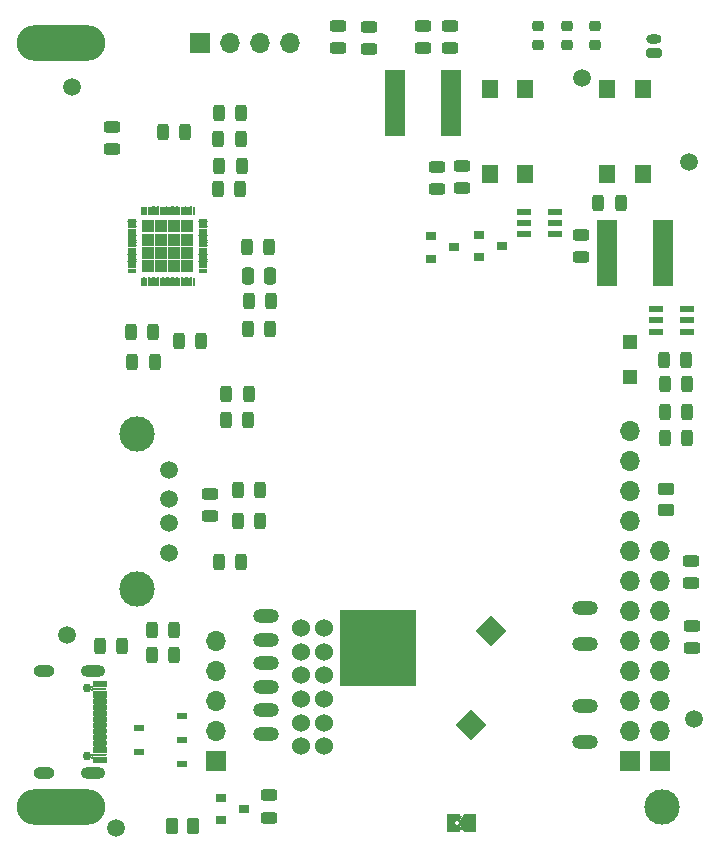
<source format=gbr>
G04 #@! TF.GenerationSoftware,KiCad,Pcbnew,(5.99.0-10509-g065f85b504)*
G04 #@! TF.CreationDate,2021-07-11T16:30:23-06:00*
G04 #@! TF.ProjectId,HAT_ver_7,4841545f-7665-4725-9f37-2e6b69636164,7.0.6*
G04 #@! TF.SameCoordinates,Original*
G04 #@! TF.FileFunction,Soldermask,Top*
G04 #@! TF.FilePolarity,Negative*
%FSLAX46Y46*%
G04 Gerber Fmt 4.6, Leading zero omitted, Abs format (unit mm)*
G04 Created by KiCad (PCBNEW (5.99.0-10509-g065f85b504)) date 2021-07-11 16:30:23*
%MOMM*%
%LPD*%
G01*
G04 APERTURE LIST*
G04 Aperture macros list*
%AMRoundRect*
0 Rectangle with rounded corners*
0 $1 Rounding radius*
0 $2 $3 $4 $5 $6 $7 $8 $9 X,Y pos of 4 corners*
0 Add a 4 corners polygon primitive as box body*
4,1,4,$2,$3,$4,$5,$6,$7,$8,$9,$2,$3,0*
0 Add four circle primitives for the rounded corners*
1,1,$1+$1,$2,$3*
1,1,$1+$1,$4,$5*
1,1,$1+$1,$6,$7*
1,1,$1+$1,$8,$9*
0 Add four rect primitives between the rounded corners*
20,1,$1+$1,$2,$3,$4,$5,0*
20,1,$1+$1,$4,$5,$6,$7,0*
20,1,$1+$1,$6,$7,$8,$9,0*
20,1,$1+$1,$8,$9,$2,$3,0*%
%AMRotRect*
0 Rectangle, with rotation*
0 The origin of the aperture is its center*
0 $1 length*
0 $2 width*
0 $3 Rotation angle, in degrees counterclockwise*
0 Add horizontal line*
21,1,$1,$2,0,0,$3*%
%AMFreePoly0*
4,1,6,1.000000,0.000000,0.500000,-0.750000,-0.500000,-0.750000,-0.500000,0.750000,0.500000,0.750000,1.000000,0.000000,1.000000,0.000000,$1*%
%AMFreePoly1*
4,1,6,0.500000,-0.750000,-0.650000,-0.750000,-0.150000,0.000000,-0.650000,0.750000,0.500000,0.750000,0.500000,-0.750000,0.500000,-0.750000,$1*%
G04 Aperture macros list end*
%ADD10R,1.400000X1.600000*%
%ADD11R,1.200000X0.600000*%
%ADD12RoundRect,0.243750X-0.456250X0.243750X-0.456250X-0.243750X0.456250X-0.243750X0.456250X0.243750X0*%
%ADD13R,1.800000X5.700000*%
%ADD14R,1.220000X1.250000*%
%ADD15R,0.800000X0.200000*%
%ADD16R,0.200000X0.800000*%
%ADD17R,1.112500X1.112500*%
%ADD18C,1.501140*%
%ADD19C,2.999740*%
%ADD20R,1.700000X1.700000*%
%ADD21O,1.700000X1.700000*%
%ADD22RoundRect,0.200000X-0.450000X0.200000X-0.450000X-0.200000X0.450000X-0.200000X0.450000X0.200000X0*%
%ADD23O,1.300000X0.800000*%
%ADD24RoundRect,0.243750X0.243750X0.456250X-0.243750X0.456250X-0.243750X-0.456250X0.243750X-0.456250X0*%
%ADD25RoundRect,0.243750X0.456250X-0.243750X0.456250X0.243750X-0.456250X0.243750X-0.456250X-0.243750X0*%
%ADD26R,0.900000X0.800000*%
%ADD27C,1.500000*%
%ADD28RoundRect,0.243750X-0.243750X-0.456250X0.243750X-0.456250X0.243750X0.456250X-0.243750X0.456250X0*%
%ADD29RoundRect,0.218750X-0.256250X0.218750X-0.256250X-0.218750X0.256250X-0.218750X0.256250X0.218750X0*%
%ADD30O,2.200000X1.200000*%
%ADD31R,6.400000X6.400000*%
%ADD32RotRect,1.800000X1.800000X315.000000*%
%ADD33RoundRect,0.250000X-0.262500X-0.450000X0.262500X-0.450000X0.262500X0.450000X-0.262500X0.450000X0*%
%ADD34O,7.500000X3.000000*%
%ADD35C,1.524000*%
%ADD36RoundRect,0.250000X0.250000X0.475000X-0.250000X0.475000X-0.250000X-0.475000X0.250000X-0.475000X0*%
%ADD37FreePoly0,180.000000*%
%ADD38FreePoly1,180.000000*%
%ADD39R,0.950000X0.600000*%
%ADD40C,2.999999*%
%ADD41C,0.750000*%
%ADD42O,2.100000X1.000000*%
%ADD43O,1.800000X1.000000*%
%ADD44R,1.150000X0.600000*%
%ADD45R,1.150000X0.300000*%
%ADD46RoundRect,0.250000X0.450000X-0.262500X0.450000X0.262500X-0.450000X0.262500X-0.450000X-0.262500X0*%
G04 APERTURE END LIST*
D10*
X167936800Y-77700000D03*
X167936800Y-70500000D03*
X170936800Y-70500000D03*
X170936800Y-77700000D03*
D11*
X182040000Y-89160000D03*
X182040000Y-90110000D03*
X182040000Y-91060000D03*
X184640000Y-91060000D03*
X184640000Y-90110000D03*
X184640000Y-89160000D03*
D12*
X175700000Y-82872500D03*
X175700000Y-84747500D03*
D11*
X170870000Y-80900000D03*
X170870000Y-81850000D03*
X170870000Y-82800000D03*
X173470000Y-82800000D03*
X173470000Y-81850000D03*
X173470000Y-80900000D03*
D13*
X164630000Y-71670000D03*
X159930000Y-71670000D03*
D14*
X179790000Y-94920000D03*
X179790000Y-91920000D03*
D15*
X137665200Y-81620000D03*
X137665200Y-82020000D03*
X137665200Y-82420000D03*
X137665200Y-82820000D03*
X137665200Y-83220000D03*
X137665200Y-83620000D03*
X137665200Y-84020000D03*
X137665200Y-84420000D03*
X137665200Y-84820000D03*
X137665200Y-85220000D03*
X137665200Y-85620000D03*
X137665200Y-86020000D03*
D16*
X138465200Y-86820000D03*
X138865200Y-86820000D03*
X139265200Y-86820000D03*
X139665200Y-86820000D03*
X140065200Y-86820000D03*
X140465200Y-86820000D03*
X140865200Y-86820000D03*
X141265200Y-86820000D03*
X141665200Y-86820000D03*
X142065200Y-86820000D03*
X142465200Y-86820000D03*
X142865200Y-86820000D03*
D15*
X143665200Y-86020000D03*
X143665200Y-85620000D03*
X143665200Y-85220000D03*
X143665200Y-84820000D03*
X143665200Y-84420000D03*
X143665200Y-84020000D03*
X143665200Y-83620000D03*
X143665200Y-83220000D03*
X143665200Y-82820000D03*
X143665200Y-82420000D03*
X143665200Y-82020000D03*
X143665200Y-81620000D03*
D16*
X142865200Y-80820000D03*
X142465200Y-80820000D03*
X142065200Y-80820000D03*
X141665200Y-80820000D03*
X141265200Y-80820000D03*
X140865200Y-80820000D03*
X140465200Y-80820000D03*
X140065200Y-80820000D03*
X139665200Y-80820000D03*
X139265200Y-80820000D03*
X138865200Y-80820000D03*
X138465200Y-80820000D03*
D17*
X142333950Y-82151250D03*
X140108950Y-85488750D03*
X141221450Y-83263750D03*
X142333950Y-83263750D03*
X141221450Y-82151250D03*
X142333950Y-84376250D03*
X141221450Y-84376250D03*
X141221450Y-85488750D03*
X138996450Y-85488750D03*
X140108950Y-84376250D03*
X138996450Y-83263750D03*
X138996450Y-82151250D03*
X140108950Y-83263750D03*
X142333950Y-85488750D03*
X140108950Y-82151250D03*
X138996450Y-84376250D03*
D18*
X140790080Y-102767540D03*
X140790080Y-105267540D03*
X140790080Y-107267540D03*
X140790080Y-109767540D03*
D19*
X138080080Y-99697540D03*
X138080080Y-112837540D03*
D20*
X182321200Y-127422000D03*
D21*
X182321200Y-124882000D03*
X182321200Y-122342000D03*
X182321200Y-119802000D03*
X182321200Y-117262000D03*
X182321200Y-114722000D03*
X182321200Y-112182000D03*
X182321200Y-109642000D03*
D22*
X181810000Y-67490000D03*
D23*
X181810000Y-66240000D03*
D24*
X141217500Y-118460000D03*
X139342500Y-118460000D03*
D25*
X165570000Y-78927500D03*
X165570000Y-77052500D03*
X163510000Y-78977500D03*
X163510000Y-77102500D03*
D26*
X167000000Y-84740000D03*
X169000000Y-83790000D03*
X167000000Y-82840000D03*
D27*
X132105400Y-116713000D03*
X175770000Y-69620000D03*
X136321800Y-133121400D03*
X132590000Y-70380000D03*
X185210000Y-123880000D03*
D25*
X185090000Y-117877500D03*
X185090000Y-116002500D03*
D28*
X144962500Y-74730000D03*
X146837500Y-74730000D03*
X144972500Y-72550000D03*
X146847500Y-72550000D03*
D12*
X135980000Y-73745000D03*
X135980000Y-75620000D03*
D28*
X177142500Y-80160000D03*
X179017500Y-80160000D03*
D24*
X149308300Y-90830400D03*
X147433300Y-90830400D03*
X149222700Y-83870800D03*
X147347700Y-83870800D03*
D28*
X182792500Y-100080000D03*
X184667500Y-100080000D03*
X182792500Y-97890000D03*
X184667500Y-97890000D03*
D24*
X146907500Y-110580000D03*
X145032500Y-110580000D03*
X139443700Y-91084400D03*
X137568700Y-91084400D03*
X139554700Y-93624400D03*
X137679700Y-93624400D03*
X146927500Y-77010000D03*
X145052500Y-77010000D03*
D12*
X149250400Y-130329700D03*
X149250400Y-132204700D03*
D25*
X144221200Y-106652300D03*
X144221200Y-104777300D03*
D24*
X142110700Y-74168000D03*
X140235700Y-74168000D03*
D25*
X157734000Y-67104500D03*
X157734000Y-65229500D03*
D28*
X144915000Y-78980000D03*
X146790000Y-78980000D03*
X141642500Y-91860000D03*
X143517500Y-91860000D03*
D12*
X164592000Y-65204100D03*
X164592000Y-67079100D03*
D25*
X162306000Y-67079100D03*
X162306000Y-65204100D03*
D24*
X147520900Y-96316800D03*
X145645900Y-96316800D03*
X147495500Y-98577400D03*
X145620500Y-98577400D03*
X148460700Y-107086400D03*
X146585700Y-107086400D03*
X148460700Y-104495600D03*
X146585700Y-104495600D03*
X149410700Y-88442800D03*
X147535700Y-88442800D03*
D25*
X155067000Y-67079100D03*
X155067000Y-65204100D03*
D28*
X182742500Y-95510000D03*
X184617500Y-95510000D03*
D24*
X184567500Y-93460000D03*
X182692500Y-93460000D03*
D25*
X184950000Y-112337500D03*
X184950000Y-110462500D03*
D10*
X177898800Y-70500000D03*
X177898800Y-77700000D03*
X180898800Y-77700000D03*
X180898800Y-70500000D03*
D28*
X139342500Y-116290000D03*
X141217500Y-116290000D03*
D20*
X143408400Y-66624400D03*
D21*
X145948400Y-66624400D03*
X148488400Y-66624400D03*
X151028400Y-66624400D03*
D29*
X176883600Y-65201700D03*
X176883600Y-66776700D03*
X174445200Y-65201700D03*
X174445200Y-66776700D03*
X172006800Y-65201700D03*
X172006800Y-66776700D03*
D28*
X134904000Y-117652800D03*
X136779000Y-117652800D03*
D13*
X182581800Y-84377400D03*
X177881800Y-84377400D03*
D27*
X184770000Y-76680000D03*
D30*
X149010000Y-125130000D03*
X149010000Y-123130000D03*
X149010000Y-121130000D03*
X149010000Y-119130000D03*
X149010000Y-117130000D03*
X149010000Y-115130000D03*
X176010000Y-114480000D03*
X176010000Y-117480000D03*
X176010000Y-122780000D03*
X176010000Y-125780000D03*
D31*
X158510000Y-117830000D03*
D32*
X168060000Y-116430000D03*
X166310000Y-124330000D03*
D33*
X140997300Y-132892800D03*
X142822300Y-132892800D03*
D34*
X131673600Y-131267200D03*
D35*
X153939600Y-116158000D03*
X153939600Y-118158000D03*
X153939600Y-120158000D03*
X153939600Y-122158000D03*
X153939600Y-124158000D03*
X153939600Y-126158000D03*
X151939600Y-116158000D03*
X151939600Y-118158000D03*
X151939600Y-120158000D03*
X151939600Y-122158000D03*
X151939600Y-124158000D03*
X151939600Y-126158000D03*
D20*
X144729200Y-127422000D03*
D21*
X144729200Y-124882000D03*
X144729200Y-122342000D03*
X144729200Y-119802000D03*
X144729200Y-117262000D03*
D36*
X149340000Y-86350000D03*
X147440000Y-86350000D03*
D20*
X179781200Y-127422000D03*
D21*
X179781200Y-124882000D03*
X179781200Y-122342000D03*
X179781200Y-119802000D03*
X179781200Y-117262000D03*
X179781200Y-114722000D03*
X179781200Y-112182000D03*
X179781200Y-109642000D03*
X179781200Y-107102000D03*
X179781200Y-104562000D03*
X179781200Y-102022000D03*
X179781200Y-99482000D03*
D26*
X162940000Y-84870000D03*
X164940000Y-83920000D03*
X162940000Y-82970000D03*
D37*
X166256800Y-132638800D03*
D38*
X164806800Y-132638800D03*
D39*
X141855600Y-127628400D03*
X138255600Y-126628400D03*
X141855600Y-125628400D03*
X138255600Y-124628400D03*
X141855600Y-123628400D03*
D40*
X182524400Y-131267200D03*
D34*
X131673600Y-66598800D03*
D41*
X133862500Y-127010000D03*
X133862500Y-121230000D03*
D42*
X134362500Y-119800000D03*
D43*
X130182500Y-119800000D03*
D42*
X134362500Y-128440000D03*
D43*
X130182500Y-128440000D03*
D44*
X134937500Y-120920000D03*
X134937500Y-121720000D03*
D45*
X134937500Y-122870000D03*
X134937500Y-123870000D03*
X134937500Y-124370000D03*
X134937500Y-125370000D03*
D44*
X134937500Y-127320000D03*
X134937500Y-126520000D03*
D45*
X134937500Y-125870000D03*
X134937500Y-124870000D03*
X134937500Y-123370000D03*
X134937500Y-122370000D03*
D26*
X145151600Y-130545800D03*
X145151600Y-132445800D03*
X147151600Y-131495800D03*
D46*
X182830000Y-106182500D03*
X182830000Y-104357500D03*
G36*
X165265295Y-132647938D02*
G01*
X165667222Y-133250828D01*
X165667351Y-133252823D01*
X165665687Y-133253933D01*
X165664274Y-133253470D01*
X165610728Y-133208624D01*
X165542018Y-133199922D01*
X165479511Y-133229747D01*
X165443053Y-133288631D01*
X165444220Y-133358135D01*
X165447882Y-133368257D01*
X165451821Y-133377794D01*
X165451557Y-133379777D01*
X165449709Y-133380541D01*
X165448308Y-133379667D01*
X165033701Y-132757756D01*
X165033572Y-132755761D01*
X165035236Y-132754651D01*
X165037029Y-132755538D01*
X165049546Y-132774314D01*
X165102873Y-132818975D01*
X165171582Y-132827677D01*
X165234089Y-132797852D01*
X165270548Y-132738968D01*
X165269380Y-132669464D01*
X165265718Y-132659340D01*
X165261782Y-132649811D01*
X165262046Y-132647828D01*
X165263894Y-132647064D01*
X165265295Y-132647938D01*
G37*
G36*
X165455103Y-131893148D02*
G01*
X165455275Y-131894407D01*
X165455264Y-131894465D01*
X165455063Y-131895034D01*
X165454283Y-131896495D01*
X165440138Y-131964600D01*
X165464950Y-132029261D01*
X165520781Y-132070242D01*
X165589907Y-132074533D01*
X165650554Y-132040672D01*
X165665049Y-132022821D01*
X165707036Y-131959841D01*
X165708829Y-131958954D01*
X165710493Y-131960064D01*
X165710364Y-131962059D01*
X165265258Y-132629718D01*
X165263465Y-132630605D01*
X165261801Y-132629495D01*
X165261746Y-132627844D01*
X165265566Y-132618623D01*
X165273002Y-132549460D01*
X165242004Y-132487530D01*
X165182441Y-132452188D01*
X165113227Y-132454659D01*
X165056126Y-132494303D01*
X165049677Y-132503090D01*
X165046771Y-132507449D01*
X165044978Y-132508336D01*
X165043314Y-132507226D01*
X165043443Y-132505231D01*
X165451646Y-131892925D01*
X165453439Y-131892038D01*
X165455103Y-131893148D01*
G37*
G36*
X134363623Y-126685314D02*
G01*
X134364500Y-126686969D01*
X134364500Y-126818000D01*
X135509611Y-126818000D01*
X135511343Y-126819000D01*
X135511274Y-126821111D01*
X135506628Y-126828065D01*
X135506500Y-126828237D01*
X135470809Y-126870944D01*
X135462176Y-126939659D01*
X135492140Y-127002290D01*
X135510834Y-127018489D01*
X135511488Y-127020379D01*
X135510178Y-127021890D01*
X135509524Y-127022000D01*
X134364500Y-127022000D01*
X134364500Y-127333253D01*
X134363500Y-127334985D01*
X134361500Y-127334985D01*
X134360581Y-127333816D01*
X134340904Y-127266801D01*
X134288561Y-127221446D01*
X134220008Y-127211589D01*
X134160101Y-127238948D01*
X134158110Y-127238758D01*
X134157279Y-127236939D01*
X134157525Y-127236152D01*
X134213423Y-127136339D01*
X134235455Y-127015704D01*
X134235499Y-127010158D01*
X134215364Y-126889188D01*
X134157206Y-126781402D01*
X134152950Y-126777469D01*
X134152356Y-126775559D01*
X134153714Y-126774090D01*
X134155393Y-126774320D01*
X134202546Y-126804808D01*
X134271801Y-126805000D01*
X134330170Y-126767718D01*
X134359209Y-126704596D01*
X134360505Y-126686824D01*
X134361629Y-126685169D01*
X134363623Y-126685314D01*
G37*
G36*
X135511343Y-126019000D02*
G01*
X135511274Y-126021111D01*
X135506628Y-126028065D01*
X135506500Y-126028237D01*
X135470809Y-126070944D01*
X135462176Y-126139659D01*
X135492140Y-126202290D01*
X135510834Y-126218489D01*
X135511488Y-126220379D01*
X135510178Y-126221890D01*
X135509524Y-126222000D01*
X134365389Y-126222000D01*
X134363657Y-126221000D01*
X134363726Y-126218889D01*
X134368372Y-126211935D01*
X134368500Y-126211763D01*
X134404191Y-126169056D01*
X134412824Y-126100341D01*
X134382860Y-126037710D01*
X134364166Y-126021511D01*
X134363512Y-126019621D01*
X134364822Y-126018110D01*
X134365476Y-126018000D01*
X135509611Y-126018000D01*
X135511343Y-126019000D01*
G37*
G36*
X135511343Y-125519000D02*
G01*
X135511274Y-125521111D01*
X135506628Y-125528065D01*
X135506500Y-125528237D01*
X135470809Y-125570944D01*
X135462176Y-125639659D01*
X135492140Y-125702290D01*
X135510834Y-125718489D01*
X135511488Y-125720379D01*
X135510178Y-125721890D01*
X135509524Y-125722000D01*
X134365389Y-125722000D01*
X134363657Y-125721000D01*
X134363726Y-125718889D01*
X134368372Y-125711935D01*
X134368500Y-125711763D01*
X134404191Y-125669056D01*
X134412824Y-125600341D01*
X134382860Y-125537710D01*
X134364166Y-125521511D01*
X134363512Y-125519621D01*
X134364822Y-125518110D01*
X134365476Y-125518000D01*
X135509611Y-125518000D01*
X135511343Y-125519000D01*
G37*
G36*
X135511343Y-125019000D02*
G01*
X135511274Y-125021111D01*
X135506628Y-125028065D01*
X135506500Y-125028237D01*
X135470809Y-125070944D01*
X135462176Y-125139659D01*
X135492140Y-125202290D01*
X135510834Y-125218489D01*
X135511488Y-125220379D01*
X135510178Y-125221890D01*
X135509524Y-125222000D01*
X134365389Y-125222000D01*
X134363657Y-125221000D01*
X134363726Y-125218889D01*
X134368372Y-125211935D01*
X134368500Y-125211763D01*
X134404191Y-125169056D01*
X134412824Y-125100341D01*
X134382860Y-125037710D01*
X134364166Y-125021511D01*
X134363512Y-125019621D01*
X134364822Y-125018110D01*
X134365476Y-125018000D01*
X135509611Y-125018000D01*
X135511343Y-125019000D01*
G37*
G36*
X135511343Y-124519000D02*
G01*
X135511274Y-124521111D01*
X135506628Y-124528065D01*
X135506500Y-124528237D01*
X135470809Y-124570944D01*
X135462176Y-124639659D01*
X135492140Y-124702290D01*
X135510834Y-124718489D01*
X135511488Y-124720379D01*
X135510178Y-124721890D01*
X135509524Y-124722000D01*
X134365389Y-124722000D01*
X134363657Y-124721000D01*
X134363726Y-124718889D01*
X134368372Y-124711935D01*
X134368500Y-124711763D01*
X134404191Y-124669056D01*
X134412824Y-124600341D01*
X134382860Y-124537710D01*
X134364166Y-124521511D01*
X134363512Y-124519621D01*
X134364822Y-124518110D01*
X134365476Y-124518000D01*
X135509611Y-124518000D01*
X135511343Y-124519000D01*
G37*
G36*
X135511343Y-124019000D02*
G01*
X135511274Y-124021111D01*
X135506628Y-124028065D01*
X135506500Y-124028237D01*
X135470809Y-124070944D01*
X135462176Y-124139659D01*
X135492140Y-124202290D01*
X135510834Y-124218489D01*
X135511488Y-124220379D01*
X135510178Y-124221890D01*
X135509524Y-124222000D01*
X134365389Y-124222000D01*
X134363657Y-124221000D01*
X134363726Y-124218889D01*
X134368372Y-124211935D01*
X134368500Y-124211763D01*
X134404191Y-124169056D01*
X134412824Y-124100341D01*
X134382860Y-124037710D01*
X134364166Y-124021511D01*
X134363512Y-124019621D01*
X134364822Y-124018110D01*
X134365476Y-124018000D01*
X135509611Y-124018000D01*
X135511343Y-124019000D01*
G37*
G36*
X135511343Y-123519000D02*
G01*
X135511274Y-123521111D01*
X135506628Y-123528065D01*
X135506500Y-123528237D01*
X135470809Y-123570944D01*
X135462176Y-123639659D01*
X135492140Y-123702290D01*
X135510834Y-123718489D01*
X135511488Y-123720379D01*
X135510178Y-123721890D01*
X135509524Y-123722000D01*
X134365389Y-123722000D01*
X134363657Y-123721000D01*
X134363726Y-123718889D01*
X134368372Y-123711935D01*
X134368500Y-123711763D01*
X134404191Y-123669056D01*
X134412824Y-123600341D01*
X134382860Y-123537710D01*
X134364166Y-123521511D01*
X134363512Y-123519621D01*
X134364822Y-123518110D01*
X134365476Y-123518000D01*
X135509611Y-123518000D01*
X135511343Y-123519000D01*
G37*
G36*
X135511343Y-123019000D02*
G01*
X135511274Y-123021111D01*
X135506628Y-123028065D01*
X135506500Y-123028237D01*
X135470809Y-123070944D01*
X135462176Y-123139659D01*
X135492140Y-123202290D01*
X135510834Y-123218489D01*
X135511488Y-123220379D01*
X135510178Y-123221890D01*
X135509524Y-123222000D01*
X134365389Y-123222000D01*
X134363657Y-123221000D01*
X134363726Y-123218889D01*
X134368372Y-123211935D01*
X134368500Y-123211763D01*
X134404191Y-123169056D01*
X134412824Y-123100341D01*
X134382860Y-123037710D01*
X134364166Y-123021511D01*
X134363512Y-123019621D01*
X134364822Y-123018110D01*
X134365476Y-123018000D01*
X135509611Y-123018000D01*
X135511343Y-123019000D01*
G37*
G36*
X135511343Y-122519000D02*
G01*
X135511274Y-122521111D01*
X135506628Y-122528065D01*
X135506500Y-122528237D01*
X135470809Y-122570944D01*
X135462176Y-122639659D01*
X135492140Y-122702290D01*
X135510834Y-122718489D01*
X135511488Y-122720379D01*
X135510178Y-122721890D01*
X135509524Y-122722000D01*
X134365389Y-122722000D01*
X134363657Y-122721000D01*
X134363726Y-122718889D01*
X134368372Y-122711935D01*
X134368500Y-122711763D01*
X134404191Y-122669056D01*
X134412824Y-122600341D01*
X134382860Y-122537710D01*
X134364166Y-122521511D01*
X134363512Y-122519621D01*
X134364822Y-122518110D01*
X134365476Y-122518000D01*
X135509611Y-122518000D01*
X135511343Y-122519000D01*
G37*
G36*
X135511343Y-122019000D02*
G01*
X135511274Y-122021111D01*
X135506628Y-122028065D01*
X135506500Y-122028237D01*
X135470809Y-122070944D01*
X135462176Y-122139659D01*
X135492140Y-122202290D01*
X135510834Y-122218489D01*
X135511488Y-122220379D01*
X135510178Y-122221890D01*
X135509524Y-122222000D01*
X134365389Y-122222000D01*
X134363657Y-122221000D01*
X134363726Y-122218889D01*
X134368372Y-122211935D01*
X134368500Y-122211763D01*
X134404191Y-122169056D01*
X134412824Y-122100341D01*
X134382860Y-122037710D01*
X134364166Y-122021511D01*
X134363512Y-122019621D01*
X134364822Y-122018110D01*
X134365476Y-122018000D01*
X135509611Y-122018000D01*
X135511343Y-122019000D01*
G37*
G36*
X134363623Y-120905314D02*
G01*
X134364500Y-120906969D01*
X134364500Y-121218000D01*
X135509611Y-121218000D01*
X135511343Y-121219000D01*
X135511274Y-121221111D01*
X135506628Y-121228065D01*
X135506500Y-121228237D01*
X135470809Y-121270944D01*
X135462176Y-121339659D01*
X135492140Y-121402290D01*
X135510834Y-121418489D01*
X135511488Y-121420379D01*
X135510178Y-121421890D01*
X135509524Y-121422000D01*
X134364500Y-121422000D01*
X134364500Y-121553253D01*
X134363500Y-121554985D01*
X134361500Y-121554985D01*
X134360581Y-121553816D01*
X134340904Y-121486801D01*
X134288561Y-121441446D01*
X134220008Y-121431589D01*
X134160101Y-121458948D01*
X134158110Y-121458758D01*
X134157279Y-121456939D01*
X134157525Y-121456152D01*
X134213423Y-121356339D01*
X134235455Y-121235704D01*
X134235499Y-121230158D01*
X134215364Y-121109188D01*
X134157206Y-121001402D01*
X134152950Y-120997469D01*
X134152356Y-120995559D01*
X134153714Y-120994090D01*
X134155393Y-120994320D01*
X134202546Y-121024808D01*
X134271801Y-121025000D01*
X134330170Y-120987718D01*
X134359209Y-120924596D01*
X134360505Y-120906824D01*
X134361629Y-120905169D01*
X134363623Y-120905314D01*
G37*
G36*
X142767090Y-86422322D02*
G01*
X142767200Y-86422976D01*
X142767200Y-87217111D01*
X142766200Y-87218843D01*
X142764089Y-87218774D01*
X142757135Y-87214128D01*
X142756963Y-87214000D01*
X142714256Y-87178309D01*
X142645541Y-87169676D01*
X142582910Y-87199640D01*
X142566711Y-87218334D01*
X142564821Y-87218988D01*
X142563310Y-87217678D01*
X142563200Y-87217024D01*
X142563200Y-86422889D01*
X142564200Y-86421157D01*
X142566311Y-86421226D01*
X142573265Y-86425872D01*
X142573437Y-86426000D01*
X142616144Y-86461691D01*
X142684859Y-86470324D01*
X142747490Y-86440360D01*
X142763689Y-86421666D01*
X142765579Y-86421012D01*
X142767090Y-86422322D01*
G37*
G36*
X141567090Y-86422322D02*
G01*
X141567200Y-86422976D01*
X141567200Y-87217111D01*
X141566200Y-87218843D01*
X141564089Y-87218774D01*
X141557135Y-87214128D01*
X141556963Y-87214000D01*
X141514256Y-87178309D01*
X141445541Y-87169676D01*
X141382910Y-87199640D01*
X141366711Y-87218334D01*
X141364821Y-87218988D01*
X141363310Y-87217678D01*
X141363200Y-87217024D01*
X141363200Y-86422889D01*
X141364200Y-86421157D01*
X141366311Y-86421226D01*
X141373265Y-86425872D01*
X141373437Y-86426000D01*
X141416144Y-86461691D01*
X141484859Y-86470324D01*
X141547490Y-86440360D01*
X141563689Y-86421666D01*
X141565579Y-86421012D01*
X141567090Y-86422322D01*
G37*
G36*
X141967090Y-86422322D02*
G01*
X141967200Y-86422976D01*
X141967200Y-87217111D01*
X141966200Y-87218843D01*
X141964089Y-87218774D01*
X141957135Y-87214128D01*
X141956963Y-87214000D01*
X141914256Y-87178309D01*
X141845541Y-87169676D01*
X141782910Y-87199640D01*
X141766711Y-87218334D01*
X141764821Y-87218988D01*
X141763310Y-87217678D01*
X141763200Y-87217024D01*
X141763200Y-86422889D01*
X141764200Y-86421157D01*
X141766311Y-86421226D01*
X141773265Y-86425872D01*
X141773437Y-86426000D01*
X141816144Y-86461691D01*
X141884859Y-86470324D01*
X141947490Y-86440360D01*
X141963689Y-86421666D01*
X141965579Y-86421012D01*
X141967090Y-86422322D01*
G37*
G36*
X139167090Y-86422322D02*
G01*
X139167200Y-86422976D01*
X139167200Y-87217111D01*
X139166200Y-87218843D01*
X139164089Y-87218774D01*
X139157135Y-87214128D01*
X139156963Y-87214000D01*
X139114256Y-87178309D01*
X139045541Y-87169676D01*
X138982910Y-87199640D01*
X138966711Y-87218334D01*
X138964821Y-87218988D01*
X138963310Y-87217678D01*
X138963200Y-87217024D01*
X138963200Y-86422889D01*
X138964200Y-86421157D01*
X138966311Y-86421226D01*
X138973265Y-86425872D01*
X138973437Y-86426000D01*
X139016144Y-86461691D01*
X139084859Y-86470324D01*
X139147490Y-86440360D01*
X139163689Y-86421666D01*
X139165579Y-86421012D01*
X139167090Y-86422322D01*
G37*
G36*
X138767090Y-86422322D02*
G01*
X138767200Y-86422976D01*
X138767200Y-87217111D01*
X138766200Y-87218843D01*
X138764089Y-87218774D01*
X138757135Y-87214128D01*
X138756963Y-87214000D01*
X138714256Y-87178309D01*
X138645541Y-87169676D01*
X138582910Y-87199640D01*
X138566711Y-87218334D01*
X138564821Y-87218988D01*
X138563310Y-87217678D01*
X138563200Y-87217024D01*
X138563200Y-86422889D01*
X138564200Y-86421157D01*
X138566311Y-86421226D01*
X138573265Y-86425872D01*
X138573437Y-86426000D01*
X138616144Y-86461691D01*
X138684859Y-86470324D01*
X138747490Y-86440360D01*
X138763689Y-86421666D01*
X138765579Y-86421012D01*
X138767090Y-86422322D01*
G37*
G36*
X142367090Y-86422322D02*
G01*
X142367200Y-86422976D01*
X142367200Y-87217111D01*
X142366200Y-87218843D01*
X142364089Y-87218774D01*
X142357135Y-87214128D01*
X142356963Y-87214000D01*
X142314256Y-87178309D01*
X142245541Y-87169676D01*
X142182910Y-87199640D01*
X142166711Y-87218334D01*
X142164821Y-87218988D01*
X142163310Y-87217678D01*
X142163200Y-87217024D01*
X142163200Y-86422889D01*
X142164200Y-86421157D01*
X142166311Y-86421226D01*
X142173265Y-86425872D01*
X142173437Y-86426000D01*
X142216144Y-86461691D01*
X142284859Y-86470324D01*
X142347490Y-86440360D01*
X142363689Y-86421666D01*
X142365579Y-86421012D01*
X142367090Y-86422322D01*
G37*
G36*
X139567090Y-86422322D02*
G01*
X139567200Y-86422976D01*
X139567200Y-87217111D01*
X139566200Y-87218843D01*
X139564089Y-87218774D01*
X139557135Y-87214128D01*
X139556963Y-87214000D01*
X139514256Y-87178309D01*
X139445541Y-87169676D01*
X139382910Y-87199640D01*
X139366711Y-87218334D01*
X139364821Y-87218988D01*
X139363310Y-87217678D01*
X139363200Y-87217024D01*
X139363200Y-86422889D01*
X139364200Y-86421157D01*
X139366311Y-86421226D01*
X139373265Y-86425872D01*
X139373437Y-86426000D01*
X139416144Y-86461691D01*
X139484859Y-86470324D01*
X139547490Y-86440360D01*
X139563689Y-86421666D01*
X139565579Y-86421012D01*
X139567090Y-86422322D01*
G37*
G36*
X141167090Y-86422322D02*
G01*
X141167200Y-86422976D01*
X141167200Y-87217111D01*
X141166200Y-87218843D01*
X141164089Y-87218774D01*
X141157135Y-87214128D01*
X141156963Y-87214000D01*
X141114256Y-87178309D01*
X141045541Y-87169676D01*
X140982910Y-87199640D01*
X140966711Y-87218334D01*
X140964821Y-87218988D01*
X140963310Y-87217678D01*
X140963200Y-87217024D01*
X140963200Y-86422889D01*
X140964200Y-86421157D01*
X140966311Y-86421226D01*
X140973265Y-86425872D01*
X140973437Y-86426000D01*
X141016144Y-86461691D01*
X141084859Y-86470324D01*
X141147490Y-86440360D01*
X141163689Y-86421666D01*
X141165579Y-86421012D01*
X141167090Y-86422322D01*
G37*
G36*
X139967090Y-86422322D02*
G01*
X139967200Y-86422976D01*
X139967200Y-87217111D01*
X139966200Y-87218843D01*
X139964089Y-87218774D01*
X139957135Y-87214128D01*
X139956963Y-87214000D01*
X139914256Y-87178309D01*
X139845541Y-87169676D01*
X139782910Y-87199640D01*
X139766711Y-87218334D01*
X139764821Y-87218988D01*
X139763310Y-87217678D01*
X139763200Y-87217024D01*
X139763200Y-86422889D01*
X139764200Y-86421157D01*
X139766311Y-86421226D01*
X139773265Y-86425872D01*
X139773437Y-86426000D01*
X139816144Y-86461691D01*
X139884859Y-86470324D01*
X139947490Y-86440360D01*
X139963689Y-86421666D01*
X139965579Y-86421012D01*
X139967090Y-86422322D01*
G37*
G36*
X140367090Y-86422322D02*
G01*
X140367200Y-86422976D01*
X140367200Y-87217111D01*
X140366200Y-87218843D01*
X140364089Y-87218774D01*
X140357135Y-87214128D01*
X140356963Y-87214000D01*
X140314256Y-87178309D01*
X140245541Y-87169676D01*
X140182910Y-87199640D01*
X140166711Y-87218334D01*
X140164821Y-87218988D01*
X140163310Y-87217678D01*
X140163200Y-87217024D01*
X140163200Y-86422889D01*
X140164200Y-86421157D01*
X140166311Y-86421226D01*
X140173265Y-86425872D01*
X140173437Y-86426000D01*
X140216144Y-86461691D01*
X140284859Y-86470324D01*
X140347490Y-86440360D01*
X140363689Y-86421666D01*
X140365579Y-86421012D01*
X140367090Y-86422322D01*
G37*
G36*
X140767090Y-86422322D02*
G01*
X140767200Y-86422976D01*
X140767200Y-87217111D01*
X140766200Y-87218843D01*
X140764089Y-87218774D01*
X140757135Y-87214128D01*
X140756963Y-87214000D01*
X140714256Y-87178309D01*
X140645541Y-87169676D01*
X140582910Y-87199640D01*
X140566711Y-87218334D01*
X140564821Y-87218988D01*
X140563310Y-87217678D01*
X140563200Y-87217024D01*
X140563200Y-86422889D01*
X140564200Y-86421157D01*
X140566311Y-86421226D01*
X140573265Y-86425872D01*
X140573437Y-86426000D01*
X140616144Y-86461691D01*
X140684859Y-86470324D01*
X140747490Y-86440360D01*
X140763689Y-86421666D01*
X140765579Y-86421012D01*
X140767090Y-86422322D01*
G37*
G36*
X138064043Y-85719000D02*
G01*
X138063974Y-85721111D01*
X138059328Y-85728065D01*
X138059200Y-85728237D01*
X138023509Y-85770944D01*
X138014876Y-85839659D01*
X138044840Y-85902290D01*
X138063534Y-85918489D01*
X138064188Y-85920379D01*
X138062878Y-85921890D01*
X138062224Y-85922000D01*
X137268089Y-85922000D01*
X137266357Y-85921000D01*
X137266426Y-85918889D01*
X137271072Y-85911935D01*
X137271200Y-85911763D01*
X137306891Y-85869056D01*
X137315524Y-85800341D01*
X137285560Y-85737710D01*
X137266866Y-85721511D01*
X137266212Y-85719621D01*
X137267522Y-85718110D01*
X137268176Y-85718000D01*
X138062311Y-85718000D01*
X138064043Y-85719000D01*
G37*
G36*
X144064043Y-85719000D02*
G01*
X144063974Y-85721111D01*
X144059328Y-85728065D01*
X144059200Y-85728237D01*
X144023509Y-85770944D01*
X144014876Y-85839659D01*
X144044840Y-85902290D01*
X144063534Y-85918489D01*
X144064188Y-85920379D01*
X144062878Y-85921890D01*
X144062224Y-85922000D01*
X143268089Y-85922000D01*
X143266357Y-85921000D01*
X143266426Y-85918889D01*
X143271072Y-85911935D01*
X143271200Y-85911763D01*
X143306891Y-85869056D01*
X143315524Y-85800341D01*
X143285560Y-85737710D01*
X143266866Y-85721511D01*
X143266212Y-85719621D01*
X143267522Y-85718110D01*
X143268176Y-85718000D01*
X144062311Y-85718000D01*
X144064043Y-85719000D01*
G37*
G36*
X138064043Y-85319000D02*
G01*
X138063974Y-85321111D01*
X138059328Y-85328065D01*
X138059200Y-85328237D01*
X138023509Y-85370944D01*
X138014876Y-85439659D01*
X138044840Y-85502290D01*
X138063534Y-85518489D01*
X138064188Y-85520379D01*
X138062878Y-85521890D01*
X138062224Y-85522000D01*
X137268089Y-85522000D01*
X137266357Y-85521000D01*
X137266426Y-85518889D01*
X137271072Y-85511935D01*
X137271200Y-85511763D01*
X137306891Y-85469056D01*
X137315524Y-85400341D01*
X137285560Y-85337710D01*
X137266866Y-85321511D01*
X137266212Y-85319621D01*
X137267522Y-85318110D01*
X137268176Y-85318000D01*
X138062311Y-85318000D01*
X138064043Y-85319000D01*
G37*
G36*
X144064043Y-85319000D02*
G01*
X144063974Y-85321111D01*
X144059328Y-85328065D01*
X144059200Y-85328237D01*
X144023509Y-85370944D01*
X144014876Y-85439659D01*
X144044840Y-85502290D01*
X144063534Y-85518489D01*
X144064188Y-85520379D01*
X144062878Y-85521890D01*
X144062224Y-85522000D01*
X143268089Y-85522000D01*
X143266357Y-85521000D01*
X143266426Y-85518889D01*
X143271072Y-85511935D01*
X143271200Y-85511763D01*
X143306891Y-85469056D01*
X143315524Y-85400341D01*
X143285560Y-85337710D01*
X143266866Y-85321511D01*
X143266212Y-85319621D01*
X143267522Y-85318110D01*
X143268176Y-85318000D01*
X144062311Y-85318000D01*
X144064043Y-85319000D01*
G37*
G36*
X138064043Y-84919000D02*
G01*
X138063974Y-84921111D01*
X138059328Y-84928065D01*
X138059200Y-84928237D01*
X138023509Y-84970944D01*
X138014876Y-85039659D01*
X138044840Y-85102290D01*
X138063534Y-85118489D01*
X138064188Y-85120379D01*
X138062878Y-85121890D01*
X138062224Y-85122000D01*
X137268089Y-85122000D01*
X137266357Y-85121000D01*
X137266426Y-85118889D01*
X137271072Y-85111935D01*
X137271200Y-85111763D01*
X137306891Y-85069056D01*
X137315524Y-85000341D01*
X137285560Y-84937710D01*
X137266866Y-84921511D01*
X137266212Y-84919621D01*
X137267522Y-84918110D01*
X137268176Y-84918000D01*
X138062311Y-84918000D01*
X138064043Y-84919000D01*
G37*
G36*
X144064043Y-84919000D02*
G01*
X144063974Y-84921111D01*
X144059328Y-84928065D01*
X144059200Y-84928237D01*
X144023509Y-84970944D01*
X144014876Y-85039659D01*
X144044840Y-85102290D01*
X144063534Y-85118489D01*
X144064188Y-85120379D01*
X144062878Y-85121890D01*
X144062224Y-85122000D01*
X143268089Y-85122000D01*
X143266357Y-85121000D01*
X143266426Y-85118889D01*
X143271072Y-85111935D01*
X143271200Y-85111763D01*
X143306891Y-85069056D01*
X143315524Y-85000341D01*
X143285560Y-84937710D01*
X143266866Y-84921511D01*
X143266212Y-84919621D01*
X143267522Y-84918110D01*
X143268176Y-84918000D01*
X144062311Y-84918000D01*
X144064043Y-84919000D01*
G37*
G36*
X138064043Y-84519000D02*
G01*
X138063974Y-84521111D01*
X138059328Y-84528065D01*
X138059200Y-84528237D01*
X138023509Y-84570944D01*
X138014876Y-84639659D01*
X138044840Y-84702290D01*
X138063534Y-84718489D01*
X138064188Y-84720379D01*
X138062878Y-84721890D01*
X138062224Y-84722000D01*
X137268089Y-84722000D01*
X137266357Y-84721000D01*
X137266426Y-84718889D01*
X137271072Y-84711935D01*
X137271200Y-84711763D01*
X137306891Y-84669056D01*
X137315524Y-84600341D01*
X137285560Y-84537710D01*
X137266866Y-84521511D01*
X137266212Y-84519621D01*
X137267522Y-84518110D01*
X137268176Y-84518000D01*
X138062311Y-84518000D01*
X138064043Y-84519000D01*
G37*
G36*
X144064043Y-84519000D02*
G01*
X144063974Y-84521111D01*
X144059328Y-84528065D01*
X144059200Y-84528237D01*
X144023509Y-84570944D01*
X144014876Y-84639659D01*
X144044840Y-84702290D01*
X144063534Y-84718489D01*
X144064188Y-84720379D01*
X144062878Y-84721890D01*
X144062224Y-84722000D01*
X143268089Y-84722000D01*
X143266357Y-84721000D01*
X143266426Y-84718889D01*
X143271072Y-84711935D01*
X143271200Y-84711763D01*
X143306891Y-84669056D01*
X143315524Y-84600341D01*
X143285560Y-84537710D01*
X143266866Y-84521511D01*
X143266212Y-84519621D01*
X143267522Y-84518110D01*
X143268176Y-84518000D01*
X144062311Y-84518000D01*
X144064043Y-84519000D01*
G37*
G36*
X138064043Y-84119000D02*
G01*
X138063974Y-84121111D01*
X138059328Y-84128065D01*
X138059200Y-84128237D01*
X138023509Y-84170944D01*
X138014876Y-84239659D01*
X138044840Y-84302290D01*
X138063534Y-84318489D01*
X138064188Y-84320379D01*
X138062878Y-84321890D01*
X138062224Y-84322000D01*
X137268089Y-84322000D01*
X137266357Y-84321000D01*
X137266426Y-84318889D01*
X137271072Y-84311935D01*
X137271200Y-84311763D01*
X137306891Y-84269056D01*
X137315524Y-84200341D01*
X137285560Y-84137710D01*
X137266866Y-84121511D01*
X137266212Y-84119621D01*
X137267522Y-84118110D01*
X137268176Y-84118000D01*
X138062311Y-84118000D01*
X138064043Y-84119000D01*
G37*
G36*
X144064043Y-84119000D02*
G01*
X144063974Y-84121111D01*
X144059328Y-84128065D01*
X144059200Y-84128237D01*
X144023509Y-84170944D01*
X144014876Y-84239659D01*
X144044840Y-84302290D01*
X144063534Y-84318489D01*
X144064188Y-84320379D01*
X144062878Y-84321890D01*
X144062224Y-84322000D01*
X143268089Y-84322000D01*
X143266357Y-84321000D01*
X143266426Y-84318889D01*
X143271072Y-84311935D01*
X143271200Y-84311763D01*
X143306891Y-84269056D01*
X143315524Y-84200341D01*
X143285560Y-84137710D01*
X143266866Y-84121511D01*
X143266212Y-84119621D01*
X143267522Y-84118110D01*
X143268176Y-84118000D01*
X144062311Y-84118000D01*
X144064043Y-84119000D01*
G37*
G36*
X138064043Y-83719000D02*
G01*
X138063974Y-83721111D01*
X138059328Y-83728065D01*
X138059200Y-83728237D01*
X138023509Y-83770944D01*
X138014876Y-83839659D01*
X138044840Y-83902290D01*
X138063534Y-83918489D01*
X138064188Y-83920379D01*
X138062878Y-83921890D01*
X138062224Y-83922000D01*
X137268089Y-83922000D01*
X137266357Y-83921000D01*
X137266426Y-83918889D01*
X137271072Y-83911935D01*
X137271200Y-83911763D01*
X137306891Y-83869056D01*
X137315524Y-83800341D01*
X137285560Y-83737710D01*
X137266866Y-83721511D01*
X137266212Y-83719621D01*
X137267522Y-83718110D01*
X137268176Y-83718000D01*
X138062311Y-83718000D01*
X138064043Y-83719000D01*
G37*
G36*
X144064043Y-83719000D02*
G01*
X144063974Y-83721111D01*
X144059328Y-83728065D01*
X144059200Y-83728237D01*
X144023509Y-83770944D01*
X144014876Y-83839659D01*
X144044840Y-83902290D01*
X144063534Y-83918489D01*
X144064188Y-83920379D01*
X144062878Y-83921890D01*
X144062224Y-83922000D01*
X143268089Y-83922000D01*
X143266357Y-83921000D01*
X143266426Y-83918889D01*
X143271072Y-83911935D01*
X143271200Y-83911763D01*
X143306891Y-83869056D01*
X143315524Y-83800341D01*
X143285560Y-83737710D01*
X143266866Y-83721511D01*
X143266212Y-83719621D01*
X143267522Y-83718110D01*
X143268176Y-83718000D01*
X144062311Y-83718000D01*
X144064043Y-83719000D01*
G37*
G36*
X138064043Y-83319000D02*
G01*
X138063974Y-83321111D01*
X138059328Y-83328065D01*
X138059200Y-83328237D01*
X138023509Y-83370944D01*
X138014876Y-83439659D01*
X138044840Y-83502290D01*
X138063534Y-83518489D01*
X138064188Y-83520379D01*
X138062878Y-83521890D01*
X138062224Y-83522000D01*
X137268089Y-83522000D01*
X137266357Y-83521000D01*
X137266426Y-83518889D01*
X137271072Y-83511935D01*
X137271200Y-83511763D01*
X137306891Y-83469056D01*
X137315524Y-83400341D01*
X137285560Y-83337710D01*
X137266866Y-83321511D01*
X137266212Y-83319621D01*
X137267522Y-83318110D01*
X137268176Y-83318000D01*
X138062311Y-83318000D01*
X138064043Y-83319000D01*
G37*
G36*
X144064043Y-83319000D02*
G01*
X144063974Y-83321111D01*
X144059328Y-83328065D01*
X144059200Y-83328237D01*
X144023509Y-83370944D01*
X144014876Y-83439659D01*
X144044840Y-83502290D01*
X144063534Y-83518489D01*
X144064188Y-83520379D01*
X144062878Y-83521890D01*
X144062224Y-83522000D01*
X143268089Y-83522000D01*
X143266357Y-83521000D01*
X143266426Y-83518889D01*
X143271072Y-83511935D01*
X143271200Y-83511763D01*
X143306891Y-83469056D01*
X143315524Y-83400341D01*
X143285560Y-83337710D01*
X143266866Y-83321511D01*
X143266212Y-83319621D01*
X143267522Y-83318110D01*
X143268176Y-83318000D01*
X144062311Y-83318000D01*
X144064043Y-83319000D01*
G37*
G36*
X144064043Y-82919000D02*
G01*
X144063974Y-82921111D01*
X144059328Y-82928065D01*
X144059200Y-82928237D01*
X144023509Y-82970944D01*
X144014876Y-83039659D01*
X144044840Y-83102290D01*
X144063534Y-83118489D01*
X144064188Y-83120379D01*
X144062878Y-83121890D01*
X144062224Y-83122000D01*
X143268089Y-83122000D01*
X143266357Y-83121000D01*
X143266426Y-83118889D01*
X143271072Y-83111935D01*
X143271200Y-83111763D01*
X143306891Y-83069056D01*
X143315524Y-83000341D01*
X143285560Y-82937710D01*
X143266866Y-82921511D01*
X143266212Y-82919621D01*
X143267522Y-82918110D01*
X143268176Y-82918000D01*
X144062311Y-82918000D01*
X144064043Y-82919000D01*
G37*
G36*
X138064043Y-82919000D02*
G01*
X138063974Y-82921111D01*
X138059328Y-82928065D01*
X138059200Y-82928237D01*
X138023509Y-82970944D01*
X138014876Y-83039659D01*
X138044840Y-83102290D01*
X138063534Y-83118489D01*
X138064188Y-83120379D01*
X138062878Y-83121890D01*
X138062224Y-83122000D01*
X137268089Y-83122000D01*
X137266357Y-83121000D01*
X137266426Y-83118889D01*
X137271072Y-83111935D01*
X137271200Y-83111763D01*
X137306891Y-83069056D01*
X137315524Y-83000341D01*
X137285560Y-82937710D01*
X137266866Y-82921511D01*
X137266212Y-82919621D01*
X137267522Y-82918110D01*
X137268176Y-82918000D01*
X138062311Y-82918000D01*
X138064043Y-82919000D01*
G37*
G36*
X144064043Y-82519000D02*
G01*
X144063974Y-82521111D01*
X144059328Y-82528065D01*
X144059200Y-82528237D01*
X144023509Y-82570944D01*
X144014876Y-82639659D01*
X144044840Y-82702290D01*
X144063534Y-82718489D01*
X144064188Y-82720379D01*
X144062878Y-82721890D01*
X144062224Y-82722000D01*
X143268089Y-82722000D01*
X143266357Y-82721000D01*
X143266426Y-82718889D01*
X143271072Y-82711935D01*
X143271200Y-82711763D01*
X143306891Y-82669056D01*
X143315524Y-82600341D01*
X143285560Y-82537710D01*
X143266866Y-82521511D01*
X143266212Y-82519621D01*
X143267522Y-82518110D01*
X143268176Y-82518000D01*
X144062311Y-82518000D01*
X144064043Y-82519000D01*
G37*
G36*
X138064043Y-82519000D02*
G01*
X138063974Y-82521111D01*
X138059328Y-82528065D01*
X138059200Y-82528237D01*
X138023509Y-82570944D01*
X138014876Y-82639659D01*
X138044840Y-82702290D01*
X138063534Y-82718489D01*
X138064188Y-82720379D01*
X138062878Y-82721890D01*
X138062224Y-82722000D01*
X137268089Y-82722000D01*
X137266357Y-82721000D01*
X137266426Y-82718889D01*
X137271072Y-82711935D01*
X137271200Y-82711763D01*
X137306891Y-82669056D01*
X137315524Y-82600341D01*
X137285560Y-82537710D01*
X137266866Y-82521511D01*
X137266212Y-82519621D01*
X137267522Y-82518110D01*
X137268176Y-82518000D01*
X138062311Y-82518000D01*
X138064043Y-82519000D01*
G37*
G36*
X144064043Y-82119000D02*
G01*
X144063974Y-82121111D01*
X144059328Y-82128065D01*
X144059200Y-82128237D01*
X144023509Y-82170944D01*
X144014876Y-82239659D01*
X144044840Y-82302290D01*
X144063534Y-82318489D01*
X144064188Y-82320379D01*
X144062878Y-82321890D01*
X144062224Y-82322000D01*
X143268089Y-82322000D01*
X143266357Y-82321000D01*
X143266426Y-82318889D01*
X143271072Y-82311935D01*
X143271200Y-82311763D01*
X143306891Y-82269056D01*
X143315524Y-82200341D01*
X143285560Y-82137710D01*
X143266866Y-82121511D01*
X143266212Y-82119621D01*
X143267522Y-82118110D01*
X143268176Y-82118000D01*
X144062311Y-82118000D01*
X144064043Y-82119000D01*
G37*
G36*
X138064043Y-82119000D02*
G01*
X138063974Y-82121111D01*
X138059328Y-82128065D01*
X138059200Y-82128237D01*
X138023509Y-82170944D01*
X138014876Y-82239659D01*
X138044840Y-82302290D01*
X138063534Y-82318489D01*
X138064188Y-82320379D01*
X138062878Y-82321890D01*
X138062224Y-82322000D01*
X137268089Y-82322000D01*
X137266357Y-82321000D01*
X137266426Y-82318889D01*
X137271072Y-82311935D01*
X137271200Y-82311763D01*
X137306891Y-82269056D01*
X137315524Y-82200341D01*
X137285560Y-82137710D01*
X137266866Y-82121511D01*
X137266212Y-82119621D01*
X137267522Y-82118110D01*
X137268176Y-82118000D01*
X138062311Y-82118000D01*
X138064043Y-82119000D01*
G37*
G36*
X144064043Y-81719000D02*
G01*
X144063974Y-81721111D01*
X144059328Y-81728065D01*
X144059200Y-81728237D01*
X144023509Y-81770944D01*
X144014876Y-81839659D01*
X144044840Y-81902290D01*
X144063534Y-81918489D01*
X144064188Y-81920379D01*
X144062878Y-81921890D01*
X144062224Y-81922000D01*
X143268089Y-81922000D01*
X143266357Y-81921000D01*
X143266426Y-81918889D01*
X143271072Y-81911935D01*
X143271200Y-81911763D01*
X143306891Y-81869056D01*
X143315524Y-81800341D01*
X143285560Y-81737710D01*
X143266866Y-81721511D01*
X143266212Y-81719621D01*
X143267522Y-81718110D01*
X143268176Y-81718000D01*
X144062311Y-81718000D01*
X144064043Y-81719000D01*
G37*
G36*
X138064043Y-81719000D02*
G01*
X138063974Y-81721111D01*
X138059328Y-81728065D01*
X138059200Y-81728237D01*
X138023509Y-81770944D01*
X138014876Y-81839659D01*
X138044840Y-81902290D01*
X138063534Y-81918489D01*
X138064188Y-81920379D01*
X138062878Y-81921890D01*
X138062224Y-81922000D01*
X137268089Y-81922000D01*
X137266357Y-81921000D01*
X137266426Y-81918889D01*
X137271072Y-81911935D01*
X137271200Y-81911763D01*
X137306891Y-81869056D01*
X137315524Y-81800341D01*
X137285560Y-81737710D01*
X137266866Y-81721511D01*
X137266212Y-81719621D01*
X137267522Y-81718110D01*
X137268176Y-81718000D01*
X138062311Y-81718000D01*
X138064043Y-81719000D01*
G37*
G36*
X141967090Y-80422322D02*
G01*
X141967200Y-80422976D01*
X141967200Y-81217111D01*
X141966200Y-81218843D01*
X141964089Y-81218774D01*
X141957135Y-81214128D01*
X141956963Y-81214000D01*
X141914256Y-81178309D01*
X141845541Y-81169676D01*
X141782910Y-81199640D01*
X141766711Y-81218334D01*
X141764821Y-81218988D01*
X141763310Y-81217678D01*
X141763200Y-81217024D01*
X141763200Y-80422889D01*
X141764200Y-80421157D01*
X141766311Y-80421226D01*
X141773265Y-80425872D01*
X141773437Y-80426000D01*
X141816144Y-80461691D01*
X141884859Y-80470324D01*
X141947490Y-80440360D01*
X141963689Y-80421666D01*
X141965579Y-80421012D01*
X141967090Y-80422322D01*
G37*
G36*
X139567090Y-80422322D02*
G01*
X139567200Y-80422976D01*
X139567200Y-81217111D01*
X139566200Y-81218843D01*
X139564089Y-81218774D01*
X139557135Y-81214128D01*
X139556963Y-81214000D01*
X139514256Y-81178309D01*
X139445541Y-81169676D01*
X139382910Y-81199640D01*
X139366711Y-81218334D01*
X139364821Y-81218988D01*
X139363310Y-81217678D01*
X139363200Y-81217024D01*
X139363200Y-80422889D01*
X139364200Y-80421157D01*
X139366311Y-80421226D01*
X139373265Y-80425872D01*
X139373437Y-80426000D01*
X139416144Y-80461691D01*
X139484859Y-80470324D01*
X139547490Y-80440360D01*
X139563689Y-80421666D01*
X139565579Y-80421012D01*
X139567090Y-80422322D01*
G37*
G36*
X141167090Y-80422322D02*
G01*
X141167200Y-80422976D01*
X141167200Y-81217111D01*
X141166200Y-81218843D01*
X141164089Y-81218774D01*
X141157135Y-81214128D01*
X141156963Y-81214000D01*
X141114256Y-81178309D01*
X141045541Y-81169676D01*
X140982910Y-81199640D01*
X140966711Y-81218334D01*
X140964821Y-81218988D01*
X140963310Y-81217678D01*
X140963200Y-81217024D01*
X140963200Y-80422889D01*
X140964200Y-80421157D01*
X140966311Y-80421226D01*
X140973265Y-80425872D01*
X140973437Y-80426000D01*
X141016144Y-80461691D01*
X141084859Y-80470324D01*
X141147490Y-80440360D01*
X141163689Y-80421666D01*
X141165579Y-80421012D01*
X141167090Y-80422322D01*
G37*
G36*
X140367090Y-80422322D02*
G01*
X140367200Y-80422976D01*
X140367200Y-81217111D01*
X140366200Y-81218843D01*
X140364089Y-81218774D01*
X140357135Y-81214128D01*
X140356963Y-81214000D01*
X140314256Y-81178309D01*
X140245541Y-81169676D01*
X140182910Y-81199640D01*
X140166711Y-81218334D01*
X140164821Y-81218988D01*
X140163310Y-81217678D01*
X140163200Y-81217024D01*
X140163200Y-80422889D01*
X140164200Y-80421157D01*
X140166311Y-80421226D01*
X140173265Y-80425872D01*
X140173437Y-80426000D01*
X140216144Y-80461691D01*
X140284859Y-80470324D01*
X140347490Y-80440360D01*
X140363689Y-80421666D01*
X140365579Y-80421012D01*
X140367090Y-80422322D01*
G37*
G36*
X138767090Y-80422322D02*
G01*
X138767200Y-80422976D01*
X138767200Y-81217111D01*
X138766200Y-81218843D01*
X138764089Y-81218774D01*
X138757135Y-81214128D01*
X138756963Y-81214000D01*
X138714256Y-81178309D01*
X138645541Y-81169676D01*
X138582910Y-81199640D01*
X138566711Y-81218334D01*
X138564821Y-81218988D01*
X138563310Y-81217678D01*
X138563200Y-81217024D01*
X138563200Y-80422889D01*
X138564200Y-80421157D01*
X138566311Y-80421226D01*
X138573265Y-80425872D01*
X138573437Y-80426000D01*
X138616144Y-80461691D01*
X138684859Y-80470324D01*
X138747490Y-80440360D01*
X138763689Y-80421666D01*
X138765579Y-80421012D01*
X138767090Y-80422322D01*
G37*
G36*
X139167090Y-80422322D02*
G01*
X139167200Y-80422976D01*
X139167200Y-81217111D01*
X139166200Y-81218843D01*
X139164089Y-81218774D01*
X139157135Y-81214128D01*
X139156963Y-81214000D01*
X139114256Y-81178309D01*
X139045541Y-81169676D01*
X138982910Y-81199640D01*
X138966711Y-81218334D01*
X138964821Y-81218988D01*
X138963310Y-81217678D01*
X138963200Y-81217024D01*
X138963200Y-80422889D01*
X138964200Y-80421157D01*
X138966311Y-80421226D01*
X138973265Y-80425872D01*
X138973437Y-80426000D01*
X139016144Y-80461691D01*
X139084859Y-80470324D01*
X139147490Y-80440360D01*
X139163689Y-80421666D01*
X139165579Y-80421012D01*
X139167090Y-80422322D01*
G37*
G36*
X141567090Y-80422322D02*
G01*
X141567200Y-80422976D01*
X141567200Y-81217111D01*
X141566200Y-81218843D01*
X141564089Y-81218774D01*
X141557135Y-81214128D01*
X141556963Y-81214000D01*
X141514256Y-81178309D01*
X141445541Y-81169676D01*
X141382910Y-81199640D01*
X141366711Y-81218334D01*
X141364821Y-81218988D01*
X141363310Y-81217678D01*
X141363200Y-81217024D01*
X141363200Y-80422889D01*
X141364200Y-80421157D01*
X141366311Y-80421226D01*
X141373265Y-80425872D01*
X141373437Y-80426000D01*
X141416144Y-80461691D01*
X141484859Y-80470324D01*
X141547490Y-80440360D01*
X141563689Y-80421666D01*
X141565579Y-80421012D01*
X141567090Y-80422322D01*
G37*
G36*
X139967090Y-80422322D02*
G01*
X139967200Y-80422976D01*
X139967200Y-81217111D01*
X139966200Y-81218843D01*
X139964089Y-81218774D01*
X139957135Y-81214128D01*
X139956963Y-81214000D01*
X139914256Y-81178309D01*
X139845541Y-81169676D01*
X139782910Y-81199640D01*
X139766711Y-81218334D01*
X139764821Y-81218988D01*
X139763310Y-81217678D01*
X139763200Y-81217024D01*
X139763200Y-80422889D01*
X139764200Y-80421157D01*
X139766311Y-80421226D01*
X139773265Y-80425872D01*
X139773437Y-80426000D01*
X139816144Y-80461691D01*
X139884859Y-80470324D01*
X139947490Y-80440360D01*
X139963689Y-80421666D01*
X139965579Y-80421012D01*
X139967090Y-80422322D01*
G37*
G36*
X142367090Y-80422322D02*
G01*
X142367200Y-80422976D01*
X142367200Y-81217111D01*
X142366200Y-81218843D01*
X142364089Y-81218774D01*
X142357135Y-81214128D01*
X142356963Y-81214000D01*
X142314256Y-81178309D01*
X142245541Y-81169676D01*
X142182910Y-81199640D01*
X142166711Y-81218334D01*
X142164821Y-81218988D01*
X142163310Y-81217678D01*
X142163200Y-81217024D01*
X142163200Y-80422889D01*
X142164200Y-80421157D01*
X142166311Y-80421226D01*
X142173265Y-80425872D01*
X142173437Y-80426000D01*
X142216144Y-80461691D01*
X142284859Y-80470324D01*
X142347490Y-80440360D01*
X142363689Y-80421666D01*
X142365579Y-80421012D01*
X142367090Y-80422322D01*
G37*
G36*
X142767090Y-80422322D02*
G01*
X142767200Y-80422976D01*
X142767200Y-81217111D01*
X142766200Y-81218843D01*
X142764089Y-81218774D01*
X142757135Y-81214128D01*
X142756963Y-81214000D01*
X142714256Y-81178309D01*
X142645541Y-81169676D01*
X142582910Y-81199640D01*
X142566711Y-81218334D01*
X142564821Y-81218988D01*
X142563310Y-81217678D01*
X142563200Y-81217024D01*
X142563200Y-80422889D01*
X142564200Y-80421157D01*
X142566311Y-80421226D01*
X142573265Y-80425872D01*
X142573437Y-80426000D01*
X142616144Y-80461691D01*
X142684859Y-80470324D01*
X142747490Y-80440360D01*
X142763689Y-80421666D01*
X142765579Y-80421012D01*
X142767090Y-80422322D01*
G37*
G36*
X140767090Y-80422322D02*
G01*
X140767200Y-80422976D01*
X140767200Y-81217111D01*
X140766200Y-81218843D01*
X140764089Y-81218774D01*
X140757135Y-81214128D01*
X140756963Y-81214000D01*
X140714256Y-81178309D01*
X140645541Y-81169676D01*
X140582910Y-81199640D01*
X140566711Y-81218334D01*
X140564821Y-81218988D01*
X140563310Y-81217678D01*
X140563200Y-81217024D01*
X140563200Y-80422889D01*
X140564200Y-80421157D01*
X140566311Y-80421226D01*
X140573265Y-80425872D01*
X140573437Y-80426000D01*
X140616144Y-80461691D01*
X140684859Y-80470324D01*
X140747490Y-80440360D01*
X140763689Y-80421666D01*
X140765579Y-80421012D01*
X140767090Y-80422322D01*
G37*
M02*

</source>
